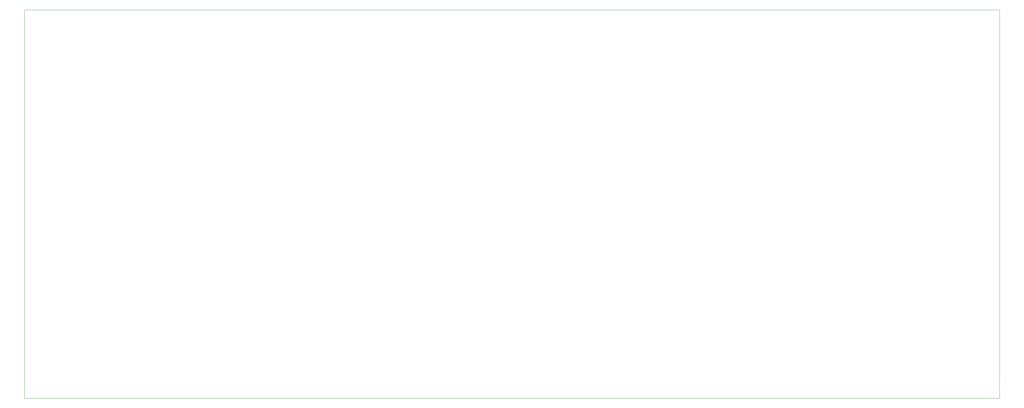
<source format=gbr>
%TF.GenerationSoftware,KiCad,Pcbnew,7.0.1*%
%TF.CreationDate,2023-10-19T22:58:34+03:00*%
%TF.ProjectId,keyboard_cherry,6b657962-6f61-4726-945f-636865727279,rev?*%
%TF.SameCoordinates,Original*%
%TF.FileFunction,Profile,NP*%
%FSLAX46Y46*%
G04 Gerber Fmt 4.6, Leading zero omitted, Abs format (unit mm)*
G04 Created by KiCad (PCBNEW 7.0.1) date 2023-10-19 22:58:34*
%MOMM*%
%LPD*%
G01*
G04 APERTURE LIST*
%TA.AperFunction,Profile*%
%ADD10C,0.100000*%
%TD*%
G04 APERTURE END LIST*
D10*
X0Y0D02*
X293100000Y0D01*
X293100000Y-117000000D01*
X0Y-117000000D01*
X0Y0D01*
M02*

</source>
